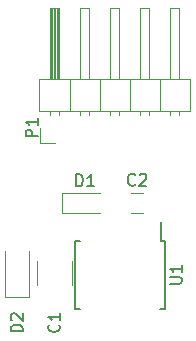
<source format=gbr>
G04 #@! TF.FileFunction,Legend,Top*
%FSLAX46Y46*%
G04 Gerber Fmt 4.6, Leading zero omitted, Abs format (unit mm)*
G04 Created by KiCad (PCBNEW 4.0.6-e0-6349~53~ubuntu16.04.1) date Sun Jul 30 23:11:08 2017*
%MOMM*%
%LPD*%
G01*
G04 APERTURE LIST*
%ADD10C,0.100000*%
%ADD11C,0.120000*%
%ADD12C,0.150000*%
G04 APERTURE END LIST*
D10*
D11*
X3570151Y5222259D02*
X3570151Y3222259D01*
X6530151Y3222259D02*
X6530151Y5222259D01*
X11565000Y9310000D02*
X12565000Y9310000D01*
X12565000Y11010000D02*
X11565000Y11010000D01*
X5740000Y11010000D02*
X5740000Y9310000D01*
X5740000Y9310000D02*
X8890000Y9310000D01*
X5740000Y11010000D02*
X8890000Y11010000D01*
X905000Y2195000D02*
X2905000Y2195000D01*
X2905000Y2195000D02*
X2905000Y6095000D01*
X905000Y2195000D02*
X905000Y6095000D01*
X3750000Y17950000D02*
X16570000Y17950000D01*
X16570000Y17950000D02*
X16570000Y20610000D01*
X16570000Y20610000D02*
X3750000Y20610000D01*
X3750000Y20610000D02*
X3750000Y17950000D01*
X4700000Y20610000D02*
X4700000Y26610000D01*
X4700000Y26610000D02*
X5460000Y26610000D01*
X5460000Y26610000D02*
X5460000Y20610000D01*
X4760000Y20610000D02*
X4760000Y26610000D01*
X4880000Y20610000D02*
X4880000Y26610000D01*
X5000000Y20610000D02*
X5000000Y26610000D01*
X5120000Y20610000D02*
X5120000Y26610000D01*
X5240000Y20610000D02*
X5240000Y26610000D01*
X5360000Y20610000D02*
X5360000Y26610000D01*
X4700000Y17620000D02*
X4700000Y17950000D01*
X5460000Y17620000D02*
X5460000Y17950000D01*
X6350000Y17950000D02*
X6350000Y20610000D01*
X7240000Y20610000D02*
X7240000Y26610000D01*
X7240000Y26610000D02*
X8000000Y26610000D01*
X8000000Y26610000D02*
X8000000Y20610000D01*
X7240000Y17552929D02*
X7240000Y17950000D01*
X8000000Y17552929D02*
X8000000Y17950000D01*
X8890000Y17950000D02*
X8890000Y20610000D01*
X9780000Y20610000D02*
X9780000Y26610000D01*
X9780000Y26610000D02*
X10540000Y26610000D01*
X10540000Y26610000D02*
X10540000Y20610000D01*
X9780000Y17552929D02*
X9780000Y17950000D01*
X10540000Y17552929D02*
X10540000Y17950000D01*
X11430000Y17950000D02*
X11430000Y20610000D01*
X12320000Y20610000D02*
X12320000Y26610000D01*
X12320000Y26610000D02*
X13080000Y26610000D01*
X13080000Y26610000D02*
X13080000Y20610000D01*
X12320000Y17552929D02*
X12320000Y17950000D01*
X13080000Y17552929D02*
X13080000Y17950000D01*
X13970000Y17950000D02*
X13970000Y20610000D01*
X14860000Y20610000D02*
X14860000Y26610000D01*
X14860000Y26610000D02*
X15620000Y26610000D01*
X15620000Y26610000D02*
X15620000Y20610000D01*
X14860000Y17552929D02*
X14860000Y17950000D01*
X15620000Y17552929D02*
X15620000Y17950000D01*
X5080000Y15240000D02*
X3810000Y15240000D01*
X3810000Y15240000D02*
X3810000Y16510000D01*
D12*
X14459151Y6939000D02*
X14109151Y6939000D01*
X14459151Y1189000D02*
X14009151Y1189000D01*
X6809151Y1189000D02*
X7259151Y1189000D01*
X6809151Y6939000D02*
X7259151Y6939000D01*
X14459151Y6939000D02*
X14459151Y1189000D01*
X6809151Y6939000D02*
X6809151Y1189000D01*
X14109151Y6939000D02*
X14109151Y8539000D01*
X5437143Y-166666D02*
X5484762Y-214285D01*
X5532381Y-357142D01*
X5532381Y-452380D01*
X5484762Y-595238D01*
X5389524Y-690476D01*
X5294286Y-738095D01*
X5103810Y-785714D01*
X4960952Y-785714D01*
X4770476Y-738095D01*
X4675238Y-690476D01*
X4580000Y-595238D01*
X4532381Y-452380D01*
X4532381Y-357142D01*
X4580000Y-214285D01*
X4627619Y-166666D01*
X5532381Y785715D02*
X5532381Y214286D01*
X5532381Y500000D02*
X4532381Y500000D01*
X4675238Y404762D01*
X4770476Y309524D01*
X4818095Y214286D01*
X11898334Y11707857D02*
X11850715Y11660238D01*
X11707858Y11612619D01*
X11612620Y11612619D01*
X11469762Y11660238D01*
X11374524Y11755476D01*
X11326905Y11850714D01*
X11279286Y12041190D01*
X11279286Y12184048D01*
X11326905Y12374524D01*
X11374524Y12469762D01*
X11469762Y12565000D01*
X11612620Y12612619D01*
X11707858Y12612619D01*
X11850715Y12565000D01*
X11898334Y12517381D01*
X12279286Y12517381D02*
X12326905Y12565000D01*
X12422143Y12612619D01*
X12660239Y12612619D01*
X12755477Y12565000D01*
X12803096Y12517381D01*
X12850715Y12422143D01*
X12850715Y12326905D01*
X12803096Y12184048D01*
X12231667Y11612619D01*
X12850715Y11612619D01*
X6901905Y11557619D02*
X6901905Y12557619D01*
X7140000Y12557619D01*
X7282858Y12510000D01*
X7378096Y12414762D01*
X7425715Y12319524D01*
X7473334Y12129048D01*
X7473334Y11986190D01*
X7425715Y11795714D01*
X7378096Y11700476D01*
X7282858Y11605238D01*
X7140000Y11557619D01*
X6901905Y11557619D01*
X8425715Y11557619D02*
X7854286Y11557619D01*
X8140000Y11557619D02*
X8140000Y12557619D01*
X8044762Y12414762D01*
X7949524Y12319524D01*
X7854286Y12271905D01*
X2357381Y-738095D02*
X1357381Y-738095D01*
X1357381Y-500000D01*
X1405000Y-357142D01*
X1500238Y-261904D01*
X1595476Y-214285D01*
X1785952Y-166666D01*
X1928810Y-166666D01*
X2119286Y-214285D01*
X2214524Y-261904D01*
X2309762Y-357142D01*
X2357381Y-500000D01*
X2357381Y-738095D01*
X1452619Y214286D02*
X1405000Y261905D01*
X1357381Y357143D01*
X1357381Y595239D01*
X1405000Y690477D01*
X1452619Y738096D01*
X1547857Y785715D01*
X1643095Y785715D01*
X1785952Y738096D01*
X2357381Y166667D01*
X2357381Y785715D01*
X3627381Y15771905D02*
X2627381Y15771905D01*
X2627381Y16152858D01*
X2675000Y16248096D01*
X2722619Y16295715D01*
X2817857Y16343334D01*
X2960714Y16343334D01*
X3055952Y16295715D01*
X3103571Y16248096D01*
X3151190Y16152858D01*
X3151190Y15771905D01*
X3627381Y17295715D02*
X3627381Y16724286D01*
X3627381Y17010000D02*
X2627381Y17010000D01*
X2770238Y16914762D01*
X2865476Y16819524D01*
X2913095Y16724286D01*
X14836532Y3302095D02*
X15646056Y3302095D01*
X15741294Y3349714D01*
X15788913Y3397333D01*
X15836532Y3492571D01*
X15836532Y3683048D01*
X15788913Y3778286D01*
X15741294Y3825905D01*
X15646056Y3873524D01*
X14836532Y3873524D01*
X15836532Y4873524D02*
X15836532Y4302095D01*
X15836532Y4587809D02*
X14836532Y4587809D01*
X14979389Y4492571D01*
X15074627Y4397333D01*
X15122246Y4302095D01*
M02*

</source>
